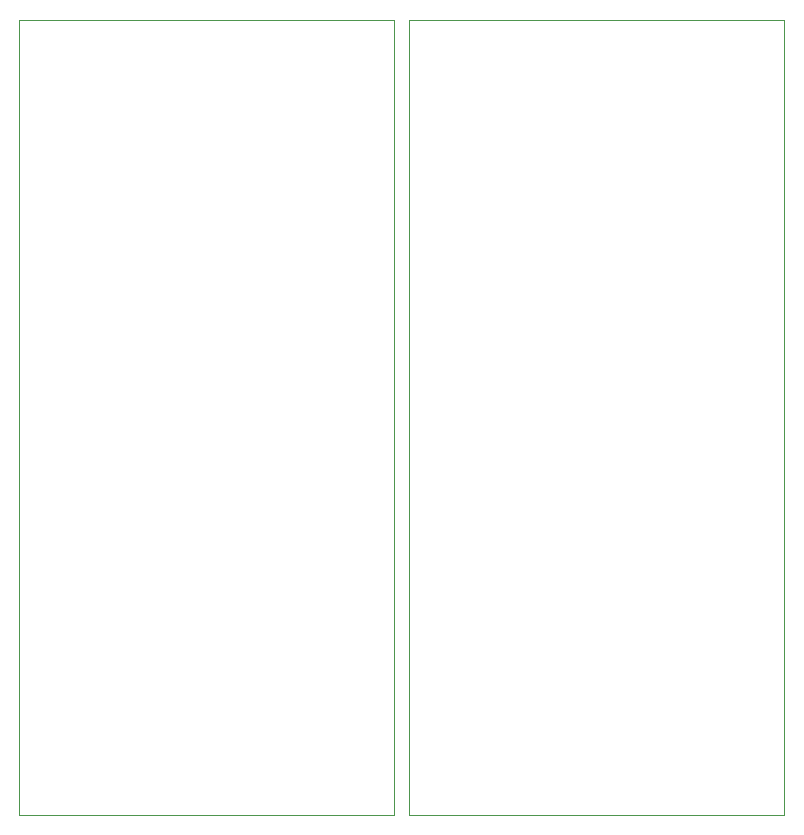
<source format=gbr>
%TF.GenerationSoftware,KiCad,Pcbnew,7.0.6*%
%TF.CreationDate,2023-08-08T13:43:34+01:00*%
%TF.ProjectId,8266Node,38323636-4e6f-4646-952e-6b696361645f,rev?*%
%TF.SameCoordinates,Original*%
%TF.FileFunction,Profile,NP*%
%FSLAX46Y46*%
G04 Gerber Fmt 4.6, Leading zero omitted, Abs format (unit mm)*
G04 Created by KiCad (PCBNEW 7.0.6) date 2023-08-08 13:43:34*
%MOMM*%
%LPD*%
G01*
G04 APERTURE LIST*
%TA.AperFunction,Profile*%
%ADD10C,0.050000*%
%TD*%
G04 APERTURE END LIST*
D10*
X82550000Y-33020000D02*
X114300000Y-33020000D01*
X114300000Y-100330000D01*
X82550000Y-100330000D01*
X82550000Y-33020000D01*
X49530000Y-33020000D02*
X81280000Y-33020000D01*
X81280000Y-100330000D01*
X49530000Y-100330000D01*
X49530000Y-33020000D01*
M02*

</source>
